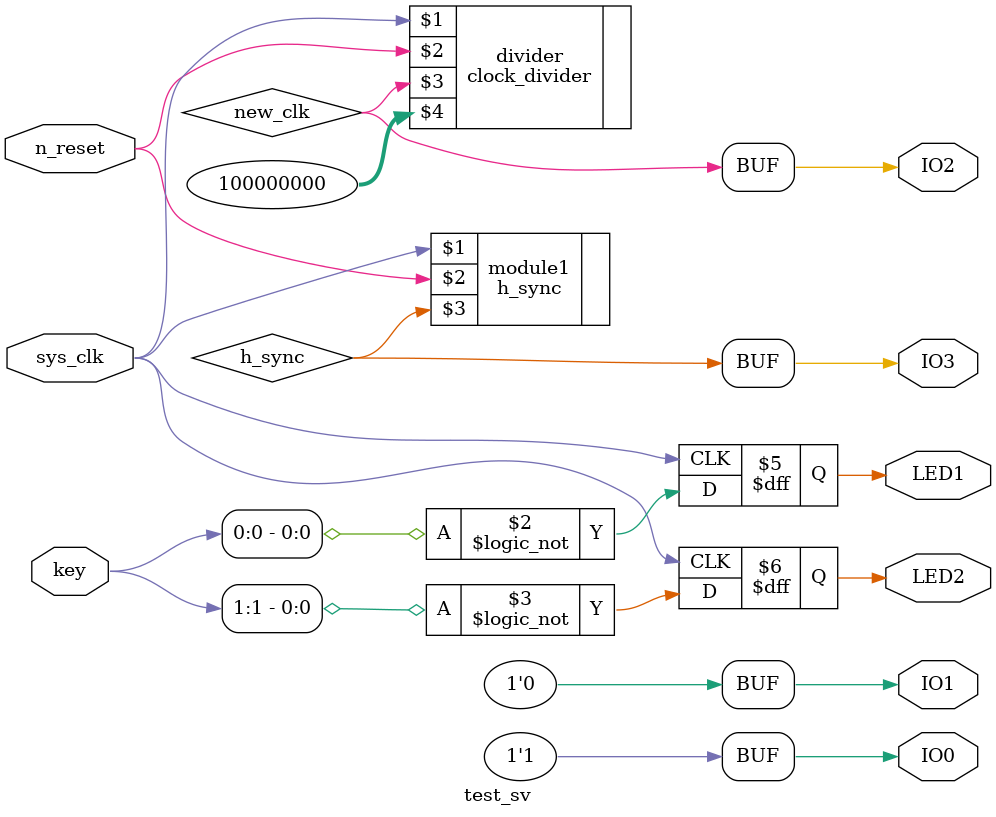
<source format=sv>
`timescale 1ns / 1ps


module test_sv(
        input sys_clk,
        input n_reset,
        input [1:0]key,
        output reg LED1,
        output reg LED2,
        output reg IO0,
        output reg IO1,
        output reg IO2,
        output reg IO3
    );

    logic new_clk;
    clock_divider divider(sys_clk, n_reset, new_clk, 32'd100000000);
    
    //Some tests
    always @(posedge sys_clk)begin
        LED1 <= !key[0];
        LED2 <= !key[1];
    end
    
    //h-sync
    logic h_sync;
    h_sync module1(sys_clk, n_reset, h_sync);
    
    always @(*)begin
        IO0 <= 1'b1;
        IO1 <= 1'b0;
        IO2 <= new_clk;
        IO3 <= h_sync;
    end
    
    
endmodule

</source>
